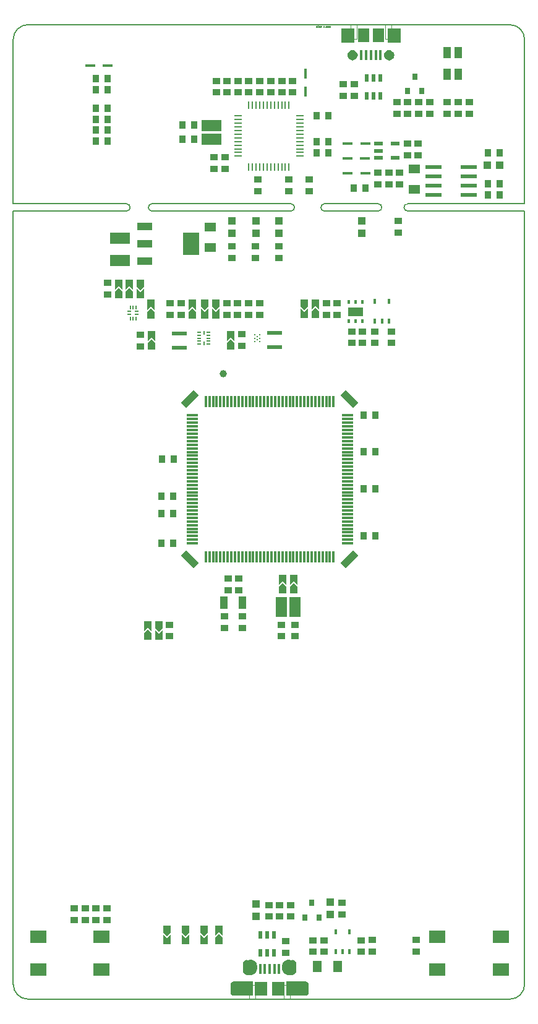
<source format=gtp>
%FSLAX25Y25*%
%MOIN*%
G70*
G01*
G75*
G04 Layer_Color=8421504*
%ADD10R,0.01575X0.05315*%
%ADD11R,0.07087X0.07480*%
%ADD12R,0.05906X0.07480*%
%ADD13R,0.03937X0.03937*%
%ADD14C,0.03937*%
%ADD15R,0.04724X0.02362*%
%ADD16R,0.03937X0.00787*%
%ADD17R,0.00787X0.03937*%
%ADD18R,0.03937X0.07087*%
%ADD19R,0.02362X0.04331*%
%ADD20R,0.01600X0.03000*%
%ADD21R,0.06496X0.01181*%
%ADD22R,0.01181X0.06496*%
G04:AMPARAMS|DCode=23|XSize=39.37mil|YSize=98.43mil|CornerRadius=0mil|HoleSize=0mil|Usage=FLASHONLY|Rotation=135.000|XOffset=0mil|YOffset=0mil|HoleType=Round|Shape=Rectangle|*
%AMROTATEDRECTD23*
4,1,4,0.04872,0.02088,-0.02088,-0.04872,-0.04872,-0.02088,0.02088,0.04872,0.04872,0.02088,0.0*
%
%ADD23ROTATEDRECTD23*%

G04:AMPARAMS|DCode=24|XSize=39.37mil|YSize=98.43mil|CornerRadius=0mil|HoleSize=0mil|Usage=FLASHONLY|Rotation=225.000|XOffset=0mil|YOffset=0mil|HoleType=Round|Shape=Rectangle|*
%AMROTATEDRECTD24*
4,1,4,-0.02088,0.04872,0.04872,-0.02088,0.02088,-0.04872,-0.04872,0.02088,-0.02088,0.04872,0.0*
%
%ADD24ROTATEDRECTD24*%

%ADD25R,0.08661X0.02362*%
%ADD26R,0.01772X0.01969*%
%ADD27R,0.07874X0.04724*%
%ADD28R,0.08000X0.04000*%
%ADD29R,0.09000X0.12000*%
%ADD30R,0.04331X0.05906*%
%ADD31R,0.01575X0.05315*%
%ADD32R,0.06000X0.05000*%
%ADD33R,0.11024X0.05906*%
%ADD34R,0.10630X0.05906*%
%ADD35R,0.09055X0.07087*%
%ADD36R,0.03150X0.03543*%
%ADD37R,0.07874X0.02362*%
%ADD38R,0.03937X0.03543*%
%ADD39R,0.04000X0.03200*%
%ADD40C,0.00906*%
%ADD41R,0.01969X0.00984*%
%ADD42R,0.00984X0.01969*%
%ADD43R,0.03543X0.03937*%
%ADD44R,0.05315X0.01575*%
%ADD45R,0.03937X0.03937*%
%ADD46R,0.05906X0.10630*%
%ADD47R,0.05000X0.06000*%
%ADD48C,0.01000*%
%ADD49C,0.03000*%
%ADD50C,0.02000*%
%ADD51C,0.00500*%
%ADD52C,0.00800*%
%ADD53C,0.00900*%
%ADD54C,0.00600*%
%ADD55C,0.04000*%
%ADD56C,0.00610*%
%ADD57C,0.01600*%
%ADD58R,0.09000X0.05500*%
%ADD59R,0.11400X0.05400*%
%ADD60R,0.24300X0.08400*%
%ADD61R,0.23700X0.05006*%
%ADD62C,0.00394*%
%ADD63C,0.00197*%
%ADD64O,0.06299X0.07874*%
%ADD65R,0.09449X0.07480*%
%ADD66C,0.05709*%
%ADD67O,0.07087X0.05906*%
%ADD68R,0.07087X0.05906*%
%ADD69C,0.05906*%
%ADD70R,0.05906X0.05906*%
%ADD71R,0.05906X0.05906*%
%ADD72C,0.12598*%
%ADD73C,0.01500*%
%ADD74C,0.01600*%
%ADD75C,0.02000*%
%ADD76R,0.01181X0.01772*%
%ADD77R,0.03000X0.03000*%
%ADD78R,0.01181X0.03150*%
%ADD79C,0.01260*%
%ADD80R,0.03200X0.04000*%
%ADD81C,0.00984*%
%ADD82C,0.00787*%
%ADD83C,0.00050*%
%ADD84C,0.01200*%
%ADD85C,0.00300*%
%ADD86C,0.00120*%
%ADD87R,0.00730X0.02560*%
%ADD88R,0.06700X0.01800*%
%ADD89R,0.00650X0.02300*%
%ADD90R,0.03000X0.13551*%
%ADD91R,0.02300X0.00650*%
%ADD92R,0.01800X0.06700*%
%ADD93R,0.02560X0.00730*%
G36*
X31700Y-21775D02*
X29700Y-19775D01*
X27700Y-21775D01*
Y-18775D01*
X31700D01*
Y-21775D01*
D02*
G37*
G36*
X104400Y2225D02*
Y1225D01*
X100400D01*
Y2225D01*
X102400Y4225D01*
X104400Y2225D01*
D02*
G37*
G36*
X37600Y-20025D02*
X35600Y-22025D01*
X33600Y-20025D01*
Y-19025D01*
X37600D01*
Y-20025D01*
D02*
G37*
G36*
X31700Y-22775D02*
Y-23775D01*
X27700D01*
Y-22775D01*
X29700Y-20775D01*
X31700Y-22775D01*
D02*
G37*
G36*
X37600Y-24025D02*
X33600D01*
Y-21025D01*
X35600Y-23025D01*
X37600Y-21025D01*
Y-24025D01*
D02*
G37*
G36*
X110300Y2225D02*
Y1225D01*
X106300D01*
Y2225D01*
X108300Y4225D01*
X110300Y2225D01*
D02*
G37*
G36*
X76400Y133625D02*
Y132625D01*
X72400D01*
Y133625D01*
X74400Y135625D01*
X76400Y133625D01*
D02*
G37*
G36*
X33600Y134500D02*
X31600Y136500D01*
X29600Y134500D01*
Y137500D01*
X33600D01*
Y134500D01*
D02*
G37*
G36*
Y133500D02*
Y132500D01*
X29600D01*
Y133500D01*
X31600Y135500D01*
X33600Y133500D01*
D02*
G37*
G36*
X104400Y3225D02*
X102400Y5225D01*
X100400Y3225D01*
Y6225D01*
X104400D01*
Y3225D01*
D02*
G37*
G36*
X110300D02*
X108300Y5225D01*
X106300Y3225D01*
Y6225D01*
X110300D01*
Y3225D01*
D02*
G37*
G36*
X70200Y-185775D02*
X68200Y-183775D01*
X66200Y-185775D01*
Y-182775D01*
X70200D01*
Y-185775D01*
D02*
G37*
G36*
X108483Y-199022D02*
X109178Y-199486D01*
X109642Y-200181D01*
X109805Y-201000D01*
X109764Y-204600D01*
X109809D01*
X109630Y-205497D01*
X109122Y-206258D01*
X108361Y-206767D01*
X107464Y-206945D01*
X105264Y-206900D01*
Y-206927D01*
X104455Y-206820D01*
X103700Y-206508D01*
X103053Y-206011D01*
X102556Y-205363D01*
X102244Y-204609D01*
X102137Y-203800D01*
X102164Y-201900D01*
X102138D01*
X102241Y-201117D01*
X102543Y-200387D01*
X103024Y-199760D01*
X103651Y-199279D01*
X104381Y-198977D01*
X105164Y-198874D01*
X107664Y-198900D01*
Y-198859D01*
X108483Y-199022D01*
D02*
G37*
G36*
X70200Y-186775D02*
Y-187775D01*
X66200D01*
Y-186775D01*
X68200Y-184775D01*
X70200Y-186775D01*
D02*
G37*
G36*
X83100Y-198900D02*
X85600Y-198874D01*
X86383Y-198977D01*
X87113Y-199279D01*
X87740Y-199760D01*
X88221Y-200387D01*
X88523Y-201117D01*
X88626Y-201900D01*
X88600D01*
X88627Y-203800D01*
X88520Y-204609D01*
X88208Y-205363D01*
X87711Y-206011D01*
X87063Y-206508D01*
X86309Y-206820D01*
X85500Y-206927D01*
Y-206900D01*
X83300Y-206945D01*
X82403Y-206767D01*
X81642Y-206258D01*
X81134Y-205497D01*
X80955Y-204600D01*
X81000D01*
X80959Y-201000D01*
X81122Y-200181D01*
X81586Y-199486D01*
X82281Y-199022D01*
X83100Y-198859D01*
Y-198900D01*
D02*
G37*
G36*
X75900Y-210548D02*
X86300Y-210544D01*
X86339Y-210561D01*
X86351Y-210589D01*
X86351Y-210588D01*
X86351Y-210589D01*
X86351Y-210589D01*
X86379Y-210600D01*
X86395Y-210639D01*
X86391D01*
X86398Y-217982D01*
X86380Y-218026D01*
X86379Y-218027D01*
X86379Y-218028D01*
X86380Y-218026D01*
X86381Y-218026D01*
X86395Y-218061D01*
X86379Y-218100D01*
X86351Y-218111D01*
X86351Y-218111D01*
X86351Y-218112D01*
X86351Y-218111D01*
X86339Y-218139D01*
X86300Y-218156D01*
Y-218151D01*
X75900Y-218182D01*
X75295Y-218061D01*
X74781Y-217719D01*
X74439Y-217205D01*
X74318Y-216600D01*
X74348D01*
X74318Y-212100D01*
X74439Y-211495D01*
X74781Y-210981D01*
X75295Y-210638D01*
X75900Y-210518D01*
Y-210548D01*
D02*
G37*
G36*
X115505Y-210638D02*
X116019Y-210981D01*
X116361Y-211495D01*
X116482Y-212100D01*
X116452Y-216600D01*
X116482D01*
X116361Y-217205D01*
X116019Y-217719D01*
X115505Y-218061D01*
X114900Y-218182D01*
X104500Y-218151D01*
Y-218156D01*
X104461Y-218139D01*
X104449Y-218111D01*
X104421Y-218100D01*
X104405Y-218061D01*
X104419Y-218026D01*
X104420Y-218026D01*
X104402Y-217982D01*
X104409Y-210639D01*
X104405D01*
X104421Y-210600D01*
X104449Y-210589D01*
X104461Y-210561D01*
X104500Y-210544D01*
X114900Y-210548D01*
Y-210518D01*
X115505Y-210638D01*
D02*
G37*
G36*
X42000Y-188025D02*
X38000D01*
Y-185025D01*
X40000Y-187025D01*
X42000Y-185025D01*
Y-188025D01*
D02*
G37*
G36*
X52000Y-184025D02*
X50000Y-186025D01*
X48000Y-184025D01*
Y-183025D01*
X52000D01*
Y-184025D01*
D02*
G37*
G36*
X62000D02*
X60000Y-186025D01*
X58000Y-184025D01*
Y-183025D01*
X62000D01*
Y-184025D01*
D02*
G37*
G36*
X42000D02*
X40000Y-186025D01*
X38000Y-184025D01*
Y-183025D01*
X42000D01*
Y-184025D01*
D02*
G37*
G36*
X52000Y-188025D02*
X48000D01*
Y-185025D01*
X50000Y-187025D01*
X52000Y-185025D01*
Y-188025D01*
D02*
G37*
G36*
X62000D02*
X58000D01*
Y-185025D01*
X60000Y-187025D01*
X62000Y-185025D01*
Y-188025D01*
D02*
G37*
G36*
X27700Y160075D02*
X23700D01*
Y163075D01*
X25700Y161075D01*
X27700Y163075D01*
Y160075D01*
D02*
G37*
G36*
Y164075D02*
X25700Y162075D01*
X23700Y164075D01*
Y165075D01*
X27700D01*
Y164075D01*
D02*
G37*
G36*
X21777Y161330D02*
Y160330D01*
X17777D01*
Y161330D01*
X19777Y163330D01*
X21777Y161330D01*
D02*
G37*
G36*
X122000Y151525D02*
X120000Y153525D01*
X118000Y151525D01*
Y154525D01*
X122000D01*
Y151525D01*
D02*
G37*
G36*
X15900Y161325D02*
Y160325D01*
X11900D01*
Y161325D01*
X13900Y163325D01*
X15900Y161325D01*
D02*
G37*
G36*
Y162325D02*
X13900Y164325D01*
X11900Y162325D01*
Y165325D01*
X15900D01*
Y162325D01*
D02*
G37*
G36*
X141000Y295400D02*
X133900D01*
Y302900D01*
X141000D01*
Y295400D01*
D02*
G37*
G36*
X166100D02*
X159000D01*
Y302900D01*
X166100D01*
Y295400D01*
D02*
G37*
G36*
X160554Y291154D02*
X161216Y290880D01*
X161786Y290443D01*
X162222Y289874D01*
X162497Y289211D01*
X162590Y288500D01*
X162497Y287789D01*
X162222Y287126D01*
X161786Y286557D01*
X161216Y286120D01*
X160554Y285846D01*
X159843Y285752D01*
X159131Y285846D01*
X158469Y286120D01*
X157899Y286557D01*
X157463Y287126D01*
X157188Y287789D01*
X157095Y288500D01*
X157188Y289211D01*
X157463Y289874D01*
X157899Y290443D01*
X158469Y290880D01*
X159131Y291154D01*
X159843Y291248D01*
X160554Y291154D01*
D02*
G37*
G36*
X21777Y162330D02*
X19777Y164330D01*
X17777Y162330D01*
Y165331D01*
X21777D01*
Y162330D01*
D02*
G37*
G36*
X140869Y291154D02*
X141531Y290880D01*
X142101Y290443D01*
X142537Y289874D01*
X142812Y289211D01*
X142905Y288500D01*
X142812Y287789D01*
X142537Y287126D01*
X142101Y286557D01*
X141531Y286120D01*
X140869Y285846D01*
X140157Y285752D01*
X139446Y285846D01*
X138784Y286120D01*
X138215Y286557D01*
X137778Y287126D01*
X137503Y287789D01*
X137410Y288500D01*
X137503Y289211D01*
X137778Y289874D01*
X138215Y290443D01*
X138784Y290880D01*
X139446Y291154D01*
X140157Y291248D01*
X140869Y291154D01*
D02*
G37*
G36*
X55600Y151400D02*
X53600Y153400D01*
X51600Y151400D01*
Y154400D01*
X55600D01*
Y151400D01*
D02*
G37*
G36*
X122000Y150525D02*
Y149525D01*
X118000D01*
Y150525D01*
X120000Y152525D01*
X122000Y150525D01*
D02*
G37*
G36*
X62500Y149175D02*
X58500D01*
Y152175D01*
X60500Y150175D01*
X62500Y152175D01*
Y149175D01*
D02*
G37*
G36*
X55600Y150400D02*
Y149400D01*
X51600D01*
Y150400D01*
X53600Y152400D01*
X55600Y150400D01*
D02*
G37*
G36*
X76400Y134625D02*
X74400Y136625D01*
X72400Y134625D01*
Y137625D01*
X76400D01*
Y134625D01*
D02*
G37*
G36*
X33500Y150400D02*
Y149400D01*
X29500D01*
Y150400D01*
X31500Y152400D01*
X33500Y150400D01*
D02*
G37*
G36*
X68400Y149175D02*
X64400D01*
Y152175D01*
X66400Y150175D01*
X68400Y152175D01*
Y149175D01*
D02*
G37*
G36*
X116100Y153375D02*
X114100Y151375D01*
X112100Y153375D01*
Y154375D01*
X116100D01*
Y153375D01*
D02*
G37*
G36*
X33500Y151400D02*
X31500Y153400D01*
X29500Y151400D01*
Y154400D01*
X33500D01*
Y151400D01*
D02*
G37*
G36*
X68400Y153175D02*
X66400Y151175D01*
X64400Y153175D01*
Y154175D01*
X68400D01*
Y153175D01*
D02*
G37*
G36*
X116100Y149375D02*
X112100D01*
Y152375D01*
X114100Y150375D01*
X116100Y152375D01*
Y149375D01*
D02*
G37*
G36*
X62500Y153175D02*
X60500Y151175D01*
X58500Y153175D01*
Y154175D01*
X62500D01*
Y153175D01*
D02*
G37*
%LPC*%
G36*
X104449Y-218111D02*
X104449Y-218111D01*
X104449Y-218112D01*
X104449Y-218111D01*
D02*
G37*
G36*
X104420Y-218026D02*
X104421Y-218028D01*
X104421Y-218027D01*
X104420Y-218026D01*
D02*
G37*
G36*
X104449Y-210588D02*
X104449Y-210589D01*
X104449Y-210589D01*
X104449Y-210588D01*
D02*
G37*
%LPD*%
D10*
X100518Y-203679D02*
D03*
X97959D02*
D03*
X95400D02*
D03*
X92841D02*
D03*
X90282D02*
D03*
X144882Y288500D02*
D03*
X147441D02*
D03*
X150000D02*
D03*
X152559D02*
D03*
X155118D02*
D03*
D11*
X90872Y-214309D02*
D03*
X99928D02*
D03*
D12*
X153937Y299130D02*
D03*
X146063D02*
D03*
D13*
X87900Y199346D02*
D03*
Y192654D02*
D03*
X128101Y-174447D02*
D03*
Y-167754D02*
D03*
X75100Y199346D02*
D03*
Y192654D02*
D03*
X100400Y199346D02*
D03*
Y192654D02*
D03*
X88000Y-168754D02*
D03*
Y-175446D02*
D03*
X145104Y192586D02*
D03*
Y199279D02*
D03*
D14*
X70300Y117000D02*
D03*
D15*
X163028Y240840D02*
D03*
Y233360D02*
D03*
X153972Y237100D02*
D03*
Y233360D02*
D03*
Y240840D02*
D03*
D16*
X111732Y255827D02*
D03*
X78268Y240079D02*
D03*
Y255827D02*
D03*
X111732Y245984D02*
D03*
Y240079D02*
D03*
Y249921D02*
D03*
Y247953D02*
D03*
X78268Y234173D02*
D03*
X111732D02*
D03*
Y238110D02*
D03*
Y236142D02*
D03*
X78268Y244016D02*
D03*
X111732Y251890D02*
D03*
X78268Y245984D02*
D03*
Y247953D02*
D03*
X111732Y242047D02*
D03*
X78268Y253858D02*
D03*
Y251890D02*
D03*
X111732Y244016D02*
D03*
X78268Y236142D02*
D03*
Y249921D02*
D03*
X111732Y253858D02*
D03*
X78268Y242047D02*
D03*
Y238110D02*
D03*
D17*
X105827Y228268D02*
D03*
X101890D02*
D03*
X90079Y261732D02*
D03*
X94016D02*
D03*
X99921Y228268D02*
D03*
X88110Y261732D02*
D03*
X84173D02*
D03*
X94016Y228268D02*
D03*
X84173D02*
D03*
X90079D02*
D03*
X92047D02*
D03*
X88110D02*
D03*
X105827Y261732D02*
D03*
X92047D02*
D03*
X86142Y228268D02*
D03*
X103858D02*
D03*
X97953D02*
D03*
X86142Y261732D02*
D03*
X95984Y228268D02*
D03*
X99921Y261732D02*
D03*
X101890D02*
D03*
X103858D02*
D03*
X97953D02*
D03*
X95984D02*
D03*
D18*
X70879Y-6500D02*
D03*
X80721D02*
D03*
D19*
X155040Y276124D02*
D03*
X151300D02*
D03*
X147560D02*
D03*
Y266676D02*
D03*
X151300D02*
D03*
X155040D02*
D03*
X90260Y-194924D02*
D03*
X94000D02*
D03*
X97740D02*
D03*
Y-185476D02*
D03*
X94000D02*
D03*
X90260D02*
D03*
D20*
X130960Y-183885D02*
D03*
X138440D02*
D03*
X134700Y-194515D02*
D03*
X138440D02*
D03*
X130960D02*
D03*
X152209Y145285D02*
D03*
X159690D02*
D03*
X155950D02*
D03*
X159690Y155915D02*
D03*
X152209D02*
D03*
D21*
X53569Y25551D02*
D03*
Y27520D02*
D03*
Y29488D02*
D03*
Y31457D02*
D03*
Y33425D02*
D03*
Y35394D02*
D03*
Y37362D02*
D03*
Y39331D02*
D03*
Y41299D02*
D03*
Y43268D02*
D03*
Y45236D02*
D03*
Y47205D02*
D03*
Y49173D02*
D03*
Y51142D02*
D03*
Y53110D02*
D03*
Y55079D02*
D03*
Y57047D02*
D03*
Y59016D02*
D03*
Y60984D02*
D03*
Y62953D02*
D03*
Y64921D02*
D03*
Y66890D02*
D03*
Y68858D02*
D03*
Y70827D02*
D03*
Y72795D02*
D03*
Y74764D02*
D03*
Y76732D02*
D03*
Y78701D02*
D03*
Y80669D02*
D03*
Y82638D02*
D03*
Y84606D02*
D03*
Y86575D02*
D03*
Y88543D02*
D03*
Y90512D02*
D03*
Y92480D02*
D03*
Y94449D02*
D03*
X137231D02*
D03*
Y92480D02*
D03*
Y90512D02*
D03*
Y88543D02*
D03*
Y86575D02*
D03*
Y84606D02*
D03*
Y82638D02*
D03*
Y80669D02*
D03*
Y78701D02*
D03*
Y76732D02*
D03*
Y74764D02*
D03*
Y72795D02*
D03*
Y70827D02*
D03*
Y68858D02*
D03*
Y66890D02*
D03*
Y64921D02*
D03*
Y62953D02*
D03*
Y60984D02*
D03*
Y59016D02*
D03*
Y57047D02*
D03*
Y55079D02*
D03*
Y53110D02*
D03*
Y51142D02*
D03*
Y49173D02*
D03*
Y47205D02*
D03*
Y45236D02*
D03*
Y43268D02*
D03*
Y41299D02*
D03*
Y39331D02*
D03*
Y37362D02*
D03*
Y35394D02*
D03*
Y33425D02*
D03*
Y31457D02*
D03*
Y29488D02*
D03*
Y27520D02*
D03*
Y25551D02*
D03*
D22*
X60951Y101831D02*
D03*
X62920D02*
D03*
X64888D02*
D03*
X66857D02*
D03*
X68825D02*
D03*
X70794D02*
D03*
X72762D02*
D03*
X74731D02*
D03*
X76699D02*
D03*
X78668D02*
D03*
X80636D02*
D03*
X82605D02*
D03*
X84573D02*
D03*
X86542D02*
D03*
X88510D02*
D03*
X90479D02*
D03*
X92447D02*
D03*
X94416D02*
D03*
X96384D02*
D03*
X98353D02*
D03*
X100321D02*
D03*
X102290D02*
D03*
X104258D02*
D03*
X106227D02*
D03*
X108195D02*
D03*
X110164D02*
D03*
X112132D02*
D03*
X114101D02*
D03*
X116069D02*
D03*
X118038D02*
D03*
X120006D02*
D03*
X121975D02*
D03*
X123943D02*
D03*
X125912D02*
D03*
X127880D02*
D03*
X129849D02*
D03*
Y18169D02*
D03*
X127880D02*
D03*
X125912D02*
D03*
X123943D02*
D03*
X121975D02*
D03*
X120006D02*
D03*
X118038D02*
D03*
X116069D02*
D03*
X114101D02*
D03*
X112132D02*
D03*
X110164D02*
D03*
X108195D02*
D03*
X106227D02*
D03*
X104258D02*
D03*
X102290D02*
D03*
X100321D02*
D03*
X98353D02*
D03*
X96384D02*
D03*
X94416D02*
D03*
X92447D02*
D03*
X90479D02*
D03*
X88510D02*
D03*
X86542D02*
D03*
X84573D02*
D03*
X82605D02*
D03*
X80636D02*
D03*
X78668D02*
D03*
X76699D02*
D03*
X74731D02*
D03*
X72762D02*
D03*
X70794D02*
D03*
X68825D02*
D03*
X66857D02*
D03*
X64888D02*
D03*
X62920D02*
D03*
X60951D02*
D03*
D23*
X52250Y103150D02*
D03*
X138550Y16850D02*
D03*
D24*
X52250D02*
D03*
X138550Y103150D02*
D03*
D25*
X183753Y228400D02*
D03*
Y223400D02*
D03*
Y218400D02*
D03*
Y213400D02*
D03*
X202847Y228400D02*
D03*
Y223400D02*
D03*
Y218400D02*
D03*
Y213400D02*
D03*
D26*
X145440Y145282D02*
D03*
X141700Y155518D02*
D03*
X145440D02*
D03*
X137960D02*
D03*
X141700Y145282D02*
D03*
X137960D02*
D03*
D27*
X141700Y150400D02*
D03*
D28*
X28000Y196300D02*
D03*
Y177700D02*
D03*
Y187000D02*
D03*
D29*
X53000D02*
D03*
D30*
X196953Y290005D02*
D03*
Y278194D02*
D03*
X191047D02*
D03*
Y290005D02*
D03*
D31*
X114700Y278524D02*
D03*
Y269076D02*
D03*
D32*
X63400Y185100D02*
D03*
Y196100D02*
D03*
X173500Y227400D02*
D03*
Y216400D02*
D03*
D33*
X14800Y177898D02*
D03*
Y190102D02*
D03*
D34*
X64200Y250740D02*
D03*
Y243260D02*
D03*
D35*
X219928Y-186442D02*
D03*
X185872D02*
D03*
Y-204158D02*
D03*
X219928D02*
D03*
X4828Y-204158D02*
D03*
X-29228D02*
D03*
Y-186442D02*
D03*
X4828D02*
D03*
D36*
X169742Y269163D02*
D03*
X177458D02*
D03*
X173600Y277037D02*
D03*
X114242Y-175937D02*
D03*
X121959D02*
D03*
X118101Y-168063D02*
D03*
D37*
X46600Y138540D02*
D03*
Y131060D02*
D03*
X98100Y138840D02*
D03*
Y131360D02*
D03*
D38*
X72300Y154950D02*
D03*
Y148650D02*
D03*
X41500Y-18250D02*
D03*
Y-24550D02*
D03*
X104200Y-188650D02*
D03*
Y-194950D02*
D03*
X75075Y185547D02*
D03*
Y179247D02*
D03*
X87800Y185550D02*
D03*
Y179250D02*
D03*
X90100Y274750D02*
D03*
Y268450D02*
D03*
X175500Y240850D02*
D03*
Y234550D02*
D03*
X169600Y234550D02*
D03*
Y240850D02*
D03*
X78400Y274750D02*
D03*
Y268450D02*
D03*
X89000Y215250D02*
D03*
Y221550D02*
D03*
X105800Y215250D02*
D03*
Y221550D02*
D03*
X145500Y139750D02*
D03*
Y133450D02*
D03*
X131800Y148750D02*
D03*
Y155050D02*
D03*
X139600Y133450D02*
D03*
Y139750D02*
D03*
X125900Y155050D02*
D03*
Y148750D02*
D03*
X1800Y-171050D02*
D03*
Y-177350D02*
D03*
X70900Y-13650D02*
D03*
Y-19950D02*
D03*
X80700Y-13650D02*
D03*
Y-19950D02*
D03*
X101600Y-18250D02*
D03*
Y-24550D02*
D03*
X109100Y-18250D02*
D03*
Y-24550D02*
D03*
X174300Y-194450D02*
D03*
Y-188150D02*
D03*
X163900Y256950D02*
D03*
Y263250D02*
D03*
X100400Y185550D02*
D03*
Y179250D02*
D03*
X107800Y268450D02*
D03*
Y274750D02*
D03*
X101900Y274750D02*
D03*
Y268450D02*
D03*
X96000Y268450D02*
D03*
Y274750D02*
D03*
X72500Y268450D02*
D03*
Y274750D02*
D03*
X66600Y268450D02*
D03*
Y274750D02*
D03*
X84200Y274750D02*
D03*
Y268450D02*
D03*
X65400Y233620D02*
D03*
Y227321D02*
D03*
X71300Y233620D02*
D03*
Y227321D02*
D03*
X116600Y215250D02*
D03*
Y221550D02*
D03*
X196900Y263250D02*
D03*
Y256950D02*
D03*
X191000Y263250D02*
D03*
Y256950D02*
D03*
X202900D02*
D03*
Y263250D02*
D03*
X181570Y256950D02*
D03*
Y263250D02*
D03*
X169770Y256950D02*
D03*
Y263250D02*
D03*
X175670Y263250D02*
D03*
Y256950D02*
D03*
X141100Y272950D02*
D03*
Y266650D02*
D03*
X135200Y266650D02*
D03*
Y272950D02*
D03*
X164800Y193050D02*
D03*
Y199350D02*
D03*
X7700Y-171050D02*
D03*
Y-177350D02*
D03*
X-4100Y-171050D02*
D03*
Y-177350D02*
D03*
X-10000Y-171050D02*
D03*
Y-177350D02*
D03*
X72900Y6675D02*
D03*
Y375D02*
D03*
X78800Y6650D02*
D03*
Y350D02*
D03*
X94900Y-169250D02*
D03*
Y-175550D02*
D03*
X144800Y-194550D02*
D03*
Y-188250D02*
D03*
X161000Y133450D02*
D03*
Y139750D02*
D03*
X150668Y-188150D02*
D03*
Y-194450D02*
D03*
X106700Y-175550D02*
D03*
Y-169250D02*
D03*
X100800D02*
D03*
Y-175550D02*
D03*
X134501Y-168150D02*
D03*
Y-174450D02*
D03*
X124600Y-188250D02*
D03*
Y-194550D02*
D03*
X118700Y-188250D02*
D03*
Y-194550D02*
D03*
X152200Y133450D02*
D03*
Y139750D02*
D03*
X8000Y159550D02*
D03*
Y165850D02*
D03*
X165500Y225250D02*
D03*
Y218950D02*
D03*
X159600Y218950D02*
D03*
Y225250D02*
D03*
X153700Y218950D02*
D03*
Y225250D02*
D03*
X25753Y138025D02*
D03*
Y131725D02*
D03*
X47684Y148625D02*
D03*
Y154925D02*
D03*
X41659D02*
D03*
Y148625D02*
D03*
X90031Y154975D02*
D03*
Y148675D02*
D03*
X83983D02*
D03*
Y154975D02*
D03*
X78200Y154950D02*
D03*
Y148650D02*
D03*
X80300Y138125D02*
D03*
Y131825D02*
D03*
D39*
X60500Y155175D02*
D03*
Y148425D02*
D03*
X68200Y-188775D02*
D03*
Y-182025D02*
D03*
X40000Y-182025D02*
D03*
Y-188775D02*
D03*
X60000Y-182025D02*
D03*
Y-188775D02*
D03*
X50000Y-182025D02*
D03*
Y-188775D02*
D03*
X35600Y-18025D02*
D03*
Y-24775D02*
D03*
X29700Y-24775D02*
D03*
Y-18025D02*
D03*
X108300Y225D02*
D03*
Y6975D02*
D03*
X102400Y225D02*
D03*
Y6975D02*
D03*
X114100Y155375D02*
D03*
Y148625D02*
D03*
X19777Y159330D02*
D03*
Y166080D02*
D03*
X25700Y166075D02*
D03*
Y159325D02*
D03*
X13900Y159325D02*
D03*
Y166075D02*
D03*
X31500Y148400D02*
D03*
Y155150D02*
D03*
X31600Y131500D02*
D03*
Y138250D02*
D03*
X53600Y148400D02*
D03*
Y155150D02*
D03*
X66400Y155175D02*
D03*
Y148425D02*
D03*
X74400Y131625D02*
D03*
Y138375D02*
D03*
X120000Y155275D02*
D03*
Y148525D02*
D03*
D40*
X89997Y134141D02*
D03*
X88769Y135126D02*
D03*
X87540Y134141D02*
D03*
X89997Y136110D02*
D03*
X87540D02*
D03*
X89997Y138078D02*
D03*
X88769Y137094D02*
D03*
X87540Y138078D02*
D03*
D41*
X19831Y150487D02*
D03*
Y148913D02*
D03*
X23768D02*
D03*
Y150487D02*
D03*
X62361Y139250D02*
D03*
Y137675D02*
D03*
Y136100D02*
D03*
Y134525D02*
D03*
Y132950D02*
D03*
X57439D02*
D03*
Y134525D02*
D03*
Y136100D02*
D03*
Y137675D02*
D03*
Y139250D02*
D03*
D42*
X20225Y146747D02*
D03*
X21800D02*
D03*
X23375D02*
D03*
Y152653D02*
D03*
X21800D02*
D03*
X20225D02*
D03*
X59900Y139053D02*
D03*
Y133147D02*
D03*
D43*
X145950Y94500D02*
D03*
X152250D02*
D03*
X54850Y243200D02*
D03*
X48550D02*
D03*
X54850Y250800D02*
D03*
X48550D02*
D03*
X140650Y216800D02*
D03*
X146950D02*
D03*
X127150Y255800D02*
D03*
X120850D02*
D03*
X219350Y219300D02*
D03*
X213050D02*
D03*
X43250Y25500D02*
D03*
X36950D02*
D03*
X43850Y70800D02*
D03*
X37550D02*
D03*
X145950Y74800D02*
D03*
X152250D02*
D03*
X145950Y55100D02*
D03*
X152250D02*
D03*
X145950Y29500D02*
D03*
X152250D02*
D03*
X43350Y51100D02*
D03*
X37050D02*
D03*
X8150Y270000D02*
D03*
X1850D02*
D03*
X1850Y275900D02*
D03*
X8150D02*
D03*
X8150Y260000D02*
D03*
X1850D02*
D03*
X8150Y254100D02*
D03*
X1850D02*
D03*
X8150Y248200D02*
D03*
X1850D02*
D03*
X8150Y242300D02*
D03*
X1850D02*
D03*
X127150Y242000D02*
D03*
X120850D02*
D03*
X219350Y236000D02*
D03*
X213050D02*
D03*
X43450Y41700D02*
D03*
X37150D02*
D03*
X127150Y236100D02*
D03*
X120850D02*
D03*
X219350Y213400D02*
D03*
X213050D02*
D03*
D44*
X8124Y283000D02*
D03*
X-1324D02*
D03*
X146924Y240800D02*
D03*
X137476D02*
D03*
X146924Y225100D02*
D03*
X137476D02*
D03*
X146824Y233000D02*
D03*
X137376D02*
D03*
D45*
X219346Y229400D02*
D03*
X212653D02*
D03*
D46*
X109040Y-8800D02*
D03*
X101560D02*
D03*
D47*
X121000Y-202400D02*
D03*
X132000D02*
D03*
D51*
X232796Y297086D02*
G03*
X224921Y304960I-7874J0D01*
G01*
X-34921D02*
G03*
X-42795Y297086I0J-7874D01*
G01*
X106811Y204566D02*
G03*
X106811Y208503I0J1969D01*
G01*
X32008D02*
G03*
X32008Y204566I0J-1969D01*
G01*
X18229D02*
G03*
X18229Y208503I0J1969D01*
G01*
X153858Y204566D02*
G03*
X153858Y208503I0J1969D01*
G01*
X125000Y208503D02*
G03*
X125000Y204566I-0J-1969D01*
G01*
X169803Y208503D02*
G03*
X169803Y204566I0J-1969D01*
G01*
X224921Y-219980D02*
G03*
X232796Y-212106I0J7874D01*
G01*
X-42780Y-212122D02*
G03*
X-34906Y-219996I7874J0D01*
G01*
X-42795Y-212126D02*
Y204567D01*
X232796Y297086D02*
X232796Y297086D01*
Y208503D02*
Y297086D01*
Y-212126D02*
Y204566D01*
X-42795Y208503D02*
Y297086D01*
Y204566D02*
X18229D01*
X-42795Y208503D02*
X18229D01*
X169803D02*
X232796D01*
X169803Y204566D02*
X232796D01*
X32008Y208503D02*
X106811Y208503D01*
X32008Y204566D02*
X106811Y204566D01*
X-34921Y304960D02*
X224921D01*
X125000Y208503D02*
X153858D01*
X125000Y204566D02*
X153858D01*
X-34921Y-220000D02*
X224921D01*
D62*
X71778Y-219968D02*
X84298D01*
Y-212488D01*
X87841D01*
Y-219968D02*
Y-212488D01*
Y-219968D02*
X95400D01*
X102959D01*
Y-212488D01*
X106502D01*
Y-219968D02*
Y-212488D01*
Y-219968D02*
X119022D01*
X161102Y304789D02*
X173622D01*
X161102Y297309D02*
Y304789D01*
X157559Y297309D02*
X161102D01*
X157559D02*
Y304789D01*
X150000D02*
X157559D01*
X142441D02*
X150000D01*
X142441Y297309D02*
Y304789D01*
X138898Y297309D02*
X142441D01*
X138898D02*
Y304789D01*
X126378D02*
X138898D01*
D63*
X128000Y303479D02*
Y304266D01*
X127606D01*
X127475Y304135D01*
Y304003D01*
X127606Y303872D01*
X128000D01*
X127606D01*
X127475Y303741D01*
Y303610D01*
X127606Y303479D01*
X128000D01*
X127082Y304266D02*
X126819D01*
X126688Y304135D01*
Y303872D01*
X126819Y303741D01*
X127082D01*
X127213Y303872D01*
Y304135D01*
X127082Y304266D01*
X126295Y303741D02*
X126032D01*
X125901Y303872D01*
Y304266D01*
X126295D01*
X126426Y304135D01*
X126295Y304003D01*
X125901D01*
X125639Y303741D02*
Y304266D01*
Y304003D01*
X125507Y303872D01*
X125376Y303741D01*
X125245D01*
X124327Y303479D02*
Y304266D01*
X124720D01*
X124851Y304135D01*
Y303872D01*
X124720Y303741D01*
X124327D01*
X122883Y304266D02*
X123146D01*
X123277Y304135D01*
Y303872D01*
X123146Y303741D01*
X122883D01*
X122752Y303872D01*
Y304003D01*
X123277D01*
X121965Y303479D02*
Y304266D01*
X122359D01*
X122490Y304135D01*
Y303872D01*
X122359Y303741D01*
X121965D01*
X121440Y304528D02*
X121309D01*
X121178Y304397D01*
Y303741D01*
X121572D01*
X121703Y303872D01*
Y304135D01*
X121572Y304266D01*
X121178D01*
X120522D02*
X120784D01*
X120916Y304135D01*
Y303872D01*
X120784Y303741D01*
X120522D01*
X120391Y303872D01*
Y304003D01*
X120916D01*
M02*

</source>
